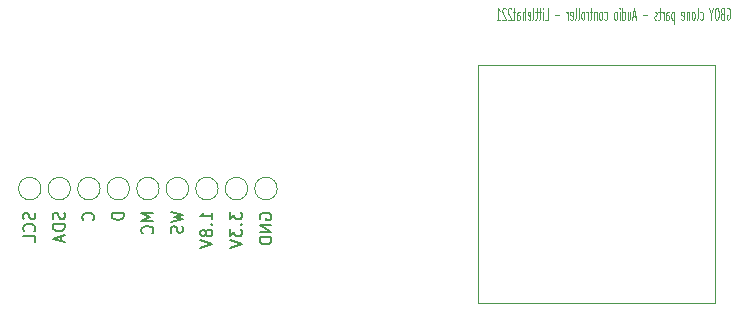
<source format=gbr>
%TF.GenerationSoftware,KiCad,Pcbnew,(6.0.5)*%
%TF.CreationDate,2022-06-19T20:20:05-05:00*%
%TF.ProjectId,GBOYAudioBreakout,47424f59-4175-4646-996f-427265616b6f,rev?*%
%TF.SameCoordinates,Original*%
%TF.FileFunction,Legend,Bot*%
%TF.FilePolarity,Positive*%
%FSLAX46Y46*%
G04 Gerber Fmt 4.6, Leading zero omitted, Abs format (unit mm)*
G04 Created by KiCad (PCBNEW (6.0.5)) date 2022-06-19 20:20:05*
%MOMM*%
%LPD*%
G01*
G04 APERTURE LIST*
%ADD10C,0.100000*%
%ADD11C,0.150000*%
%ADD12C,0.120000*%
G04 APERTURE END LIST*
D10*
X146637142Y-179150000D02*
X146684761Y-179102380D01*
X146756190Y-179102380D01*
X146827619Y-179150000D01*
X146875238Y-179245238D01*
X146899047Y-179340476D01*
X146922857Y-179530952D01*
X146922857Y-179673809D01*
X146899047Y-179864285D01*
X146875238Y-179959523D01*
X146827619Y-180054761D01*
X146756190Y-180102380D01*
X146708571Y-180102380D01*
X146637142Y-180054761D01*
X146613333Y-180007142D01*
X146613333Y-179673809D01*
X146708571Y-179673809D01*
X146232380Y-179578571D02*
X146160952Y-179626190D01*
X146137142Y-179673809D01*
X146113333Y-179769047D01*
X146113333Y-179911904D01*
X146137142Y-180007142D01*
X146160952Y-180054761D01*
X146208571Y-180102380D01*
X146399047Y-180102380D01*
X146399047Y-179102380D01*
X146232380Y-179102380D01*
X146184761Y-179150000D01*
X146160952Y-179197619D01*
X146137142Y-179292857D01*
X146137142Y-179388095D01*
X146160952Y-179483333D01*
X146184761Y-179530952D01*
X146232380Y-179578571D01*
X146399047Y-179578571D01*
X145803809Y-179102380D02*
X145708571Y-179102380D01*
X145660952Y-179150000D01*
X145613333Y-179245238D01*
X145589523Y-179435714D01*
X145589523Y-179769047D01*
X145613333Y-179959523D01*
X145660952Y-180054761D01*
X145708571Y-180102380D01*
X145803809Y-180102380D01*
X145851428Y-180054761D01*
X145899047Y-179959523D01*
X145922857Y-179769047D01*
X145922857Y-179435714D01*
X145899047Y-179245238D01*
X145851428Y-179150000D01*
X145803809Y-179102380D01*
X145280000Y-179626190D02*
X145280000Y-180102380D01*
X145446666Y-179102380D02*
X145280000Y-179626190D01*
X145113333Y-179102380D01*
X144351428Y-180054761D02*
X144399047Y-180102380D01*
X144494285Y-180102380D01*
X144541904Y-180054761D01*
X144565714Y-180007142D01*
X144589523Y-179911904D01*
X144589523Y-179626190D01*
X144565714Y-179530952D01*
X144541904Y-179483333D01*
X144494285Y-179435714D01*
X144399047Y-179435714D01*
X144351428Y-179483333D01*
X144065714Y-180102380D02*
X144113333Y-180054761D01*
X144137142Y-179959523D01*
X144137142Y-179102380D01*
X143803809Y-180102380D02*
X143851428Y-180054761D01*
X143875238Y-180007142D01*
X143899047Y-179911904D01*
X143899047Y-179626190D01*
X143875238Y-179530952D01*
X143851428Y-179483333D01*
X143803809Y-179435714D01*
X143732380Y-179435714D01*
X143684761Y-179483333D01*
X143660952Y-179530952D01*
X143637142Y-179626190D01*
X143637142Y-179911904D01*
X143660952Y-180007142D01*
X143684761Y-180054761D01*
X143732380Y-180102380D01*
X143803809Y-180102380D01*
X143422857Y-179435714D02*
X143422857Y-180102380D01*
X143422857Y-179530952D02*
X143399047Y-179483333D01*
X143351428Y-179435714D01*
X143280000Y-179435714D01*
X143232380Y-179483333D01*
X143208571Y-179578571D01*
X143208571Y-180102380D01*
X142780000Y-180054761D02*
X142827619Y-180102380D01*
X142922857Y-180102380D01*
X142970476Y-180054761D01*
X142994285Y-179959523D01*
X142994285Y-179578571D01*
X142970476Y-179483333D01*
X142922857Y-179435714D01*
X142827619Y-179435714D01*
X142780000Y-179483333D01*
X142756190Y-179578571D01*
X142756190Y-179673809D01*
X142994285Y-179769047D01*
X142160952Y-179435714D02*
X142160952Y-180435714D01*
X142160952Y-179483333D02*
X142113333Y-179435714D01*
X142018095Y-179435714D01*
X141970476Y-179483333D01*
X141946666Y-179530952D01*
X141922857Y-179626190D01*
X141922857Y-179911904D01*
X141946666Y-180007142D01*
X141970476Y-180054761D01*
X142018095Y-180102380D01*
X142113333Y-180102380D01*
X142160952Y-180054761D01*
X141494285Y-180102380D02*
X141494285Y-179578571D01*
X141518095Y-179483333D01*
X141565714Y-179435714D01*
X141660952Y-179435714D01*
X141708571Y-179483333D01*
X141494285Y-180054761D02*
X141541904Y-180102380D01*
X141660952Y-180102380D01*
X141708571Y-180054761D01*
X141732380Y-179959523D01*
X141732380Y-179864285D01*
X141708571Y-179769047D01*
X141660952Y-179721428D01*
X141541904Y-179721428D01*
X141494285Y-179673809D01*
X141256190Y-180102380D02*
X141256190Y-179435714D01*
X141256190Y-179626190D02*
X141232380Y-179530952D01*
X141208571Y-179483333D01*
X141160952Y-179435714D01*
X141113333Y-179435714D01*
X141018095Y-179435714D02*
X140827619Y-179435714D01*
X140946666Y-179102380D02*
X140946666Y-179959523D01*
X140922857Y-180054761D01*
X140875238Y-180102380D01*
X140827619Y-180102380D01*
X140684761Y-180054761D02*
X140637142Y-180102380D01*
X140541904Y-180102380D01*
X140494285Y-180054761D01*
X140470476Y-179959523D01*
X140470476Y-179911904D01*
X140494285Y-179816666D01*
X140541904Y-179769047D01*
X140613333Y-179769047D01*
X140660952Y-179721428D01*
X140684761Y-179626190D01*
X140684761Y-179578571D01*
X140660952Y-179483333D01*
X140613333Y-179435714D01*
X140541904Y-179435714D01*
X140494285Y-179483333D01*
X139875238Y-179721428D02*
X139494285Y-179721428D01*
X138899047Y-179816666D02*
X138660952Y-179816666D01*
X138946666Y-180102380D02*
X138780000Y-179102380D01*
X138613333Y-180102380D01*
X138232380Y-179435714D02*
X138232380Y-180102380D01*
X138446666Y-179435714D02*
X138446666Y-179959523D01*
X138422857Y-180054761D01*
X138375238Y-180102380D01*
X138303809Y-180102380D01*
X138256190Y-180054761D01*
X138232380Y-180007142D01*
X137780000Y-180102380D02*
X137780000Y-179102380D01*
X137780000Y-180054761D02*
X137827619Y-180102380D01*
X137922857Y-180102380D01*
X137970476Y-180054761D01*
X137994285Y-180007142D01*
X138018095Y-179911904D01*
X138018095Y-179626190D01*
X137994285Y-179530952D01*
X137970476Y-179483333D01*
X137922857Y-179435714D01*
X137827619Y-179435714D01*
X137780000Y-179483333D01*
X137541904Y-180102380D02*
X137541904Y-179435714D01*
X137541904Y-179102380D02*
X137565714Y-179150000D01*
X137541904Y-179197619D01*
X137518095Y-179150000D01*
X137541904Y-179102380D01*
X137541904Y-179197619D01*
X137232380Y-180102380D02*
X137280000Y-180054761D01*
X137303809Y-180007142D01*
X137327619Y-179911904D01*
X137327619Y-179626190D01*
X137303809Y-179530952D01*
X137280000Y-179483333D01*
X137232380Y-179435714D01*
X137160952Y-179435714D01*
X137113333Y-179483333D01*
X137089523Y-179530952D01*
X137065714Y-179626190D01*
X137065714Y-179911904D01*
X137089523Y-180007142D01*
X137113333Y-180054761D01*
X137160952Y-180102380D01*
X137232380Y-180102380D01*
X136256190Y-180054761D02*
X136303809Y-180102380D01*
X136399047Y-180102380D01*
X136446666Y-180054761D01*
X136470476Y-180007142D01*
X136494285Y-179911904D01*
X136494285Y-179626190D01*
X136470476Y-179530952D01*
X136446666Y-179483333D01*
X136399047Y-179435714D01*
X136303809Y-179435714D01*
X136256190Y-179483333D01*
X135970476Y-180102380D02*
X136018095Y-180054761D01*
X136041904Y-180007142D01*
X136065714Y-179911904D01*
X136065714Y-179626190D01*
X136041904Y-179530952D01*
X136018095Y-179483333D01*
X135970476Y-179435714D01*
X135899047Y-179435714D01*
X135851428Y-179483333D01*
X135827619Y-179530952D01*
X135803809Y-179626190D01*
X135803809Y-179911904D01*
X135827619Y-180007142D01*
X135851428Y-180054761D01*
X135899047Y-180102380D01*
X135970476Y-180102380D01*
X135589523Y-179435714D02*
X135589523Y-180102380D01*
X135589523Y-179530952D02*
X135565714Y-179483333D01*
X135518095Y-179435714D01*
X135446666Y-179435714D01*
X135399047Y-179483333D01*
X135375238Y-179578571D01*
X135375238Y-180102380D01*
X135208571Y-179435714D02*
X135018095Y-179435714D01*
X135137142Y-179102380D02*
X135137142Y-179959523D01*
X135113333Y-180054761D01*
X135065714Y-180102380D01*
X135018095Y-180102380D01*
X134851428Y-180102380D02*
X134851428Y-179435714D01*
X134851428Y-179626190D02*
X134827619Y-179530952D01*
X134803809Y-179483333D01*
X134756190Y-179435714D01*
X134708571Y-179435714D01*
X134470476Y-180102380D02*
X134518095Y-180054761D01*
X134541904Y-180007142D01*
X134565714Y-179911904D01*
X134565714Y-179626190D01*
X134541904Y-179530952D01*
X134518095Y-179483333D01*
X134470476Y-179435714D01*
X134399047Y-179435714D01*
X134351428Y-179483333D01*
X134327619Y-179530952D01*
X134303809Y-179626190D01*
X134303809Y-179911904D01*
X134327619Y-180007142D01*
X134351428Y-180054761D01*
X134399047Y-180102380D01*
X134470476Y-180102380D01*
X134018095Y-180102380D02*
X134065714Y-180054761D01*
X134089523Y-179959523D01*
X134089523Y-179102380D01*
X133756190Y-180102380D02*
X133803809Y-180054761D01*
X133827619Y-179959523D01*
X133827619Y-179102380D01*
X133375238Y-180054761D02*
X133422857Y-180102380D01*
X133518095Y-180102380D01*
X133565714Y-180054761D01*
X133589523Y-179959523D01*
X133589523Y-179578571D01*
X133565714Y-179483333D01*
X133518095Y-179435714D01*
X133422857Y-179435714D01*
X133375238Y-179483333D01*
X133351428Y-179578571D01*
X133351428Y-179673809D01*
X133589523Y-179769047D01*
X133137142Y-180102380D02*
X133137142Y-179435714D01*
X133137142Y-179626190D02*
X133113333Y-179530952D01*
X133089523Y-179483333D01*
X133041904Y-179435714D01*
X132994285Y-179435714D01*
X132446666Y-179721428D02*
X132065714Y-179721428D01*
X131208571Y-180102380D02*
X131446666Y-180102380D01*
X131446666Y-179102380D01*
X131041904Y-180102380D02*
X131041904Y-179435714D01*
X131041904Y-179102380D02*
X131065714Y-179150000D01*
X131041904Y-179197619D01*
X131018095Y-179150000D01*
X131041904Y-179102380D01*
X131041904Y-179197619D01*
X130875238Y-179435714D02*
X130684761Y-179435714D01*
X130803809Y-179102380D02*
X130803809Y-179959523D01*
X130780000Y-180054761D01*
X130732380Y-180102380D01*
X130684761Y-180102380D01*
X130589523Y-179435714D02*
X130399047Y-179435714D01*
X130518095Y-179102380D02*
X130518095Y-179959523D01*
X130494285Y-180054761D01*
X130446666Y-180102380D01*
X130399047Y-180102380D01*
X130160952Y-180102380D02*
X130208571Y-180054761D01*
X130232380Y-179959523D01*
X130232380Y-179102380D01*
X129780000Y-180054761D02*
X129827619Y-180102380D01*
X129922857Y-180102380D01*
X129970476Y-180054761D01*
X129994285Y-179959523D01*
X129994285Y-179578571D01*
X129970476Y-179483333D01*
X129922857Y-179435714D01*
X129827619Y-179435714D01*
X129780000Y-179483333D01*
X129756190Y-179578571D01*
X129756190Y-179673809D01*
X129994285Y-179769047D01*
X129541904Y-180102380D02*
X129541904Y-179102380D01*
X129327619Y-180102380D02*
X129327619Y-179578571D01*
X129351428Y-179483333D01*
X129399047Y-179435714D01*
X129470476Y-179435714D01*
X129518095Y-179483333D01*
X129541904Y-179530952D01*
X128875238Y-180102380D02*
X128875238Y-179578571D01*
X128899047Y-179483333D01*
X128946666Y-179435714D01*
X129041904Y-179435714D01*
X129089523Y-179483333D01*
X128875238Y-180054761D02*
X128922857Y-180102380D01*
X129041904Y-180102380D01*
X129089523Y-180054761D01*
X129113333Y-179959523D01*
X129113333Y-179864285D01*
X129089523Y-179769047D01*
X129041904Y-179721428D01*
X128922857Y-179721428D01*
X128875238Y-179673809D01*
X128708571Y-179435714D02*
X128518095Y-179435714D01*
X128637142Y-179102380D02*
X128637142Y-179959523D01*
X128613333Y-180054761D01*
X128565714Y-180102380D01*
X128518095Y-180102380D01*
X128375238Y-179197619D02*
X128351428Y-179150000D01*
X128303809Y-179102380D01*
X128184761Y-179102380D01*
X128137142Y-179150000D01*
X128113333Y-179197619D01*
X128089523Y-179292857D01*
X128089523Y-179388095D01*
X128113333Y-179530952D01*
X128399047Y-180102380D01*
X128089523Y-180102380D01*
X127899047Y-179197619D02*
X127875238Y-179150000D01*
X127827619Y-179102380D01*
X127708571Y-179102380D01*
X127660952Y-179150000D01*
X127637142Y-179197619D01*
X127613333Y-179292857D01*
X127613333Y-179388095D01*
X127637142Y-179530952D01*
X127922857Y-180102380D01*
X127613333Y-180102380D01*
X127137142Y-180102380D02*
X127422857Y-180102380D01*
X127280000Y-180102380D02*
X127280000Y-179102380D01*
X127327619Y-179245238D01*
X127375238Y-179340476D01*
X127422857Y-179388095D01*
D11*
%TO.C,D1*%
X95552380Y-196485595D02*
X94552380Y-196485595D01*
X94552380Y-196723690D01*
X94600000Y-196866547D01*
X94695238Y-196961785D01*
X94790476Y-197009404D01*
X94980952Y-197057023D01*
X95123809Y-197057023D01*
X95314285Y-197009404D01*
X95409523Y-196961785D01*
X95504761Y-196866547D01*
X95552380Y-196723690D01*
X95552380Y-196485595D01*
%TO.C,MC1*%
X98052380Y-196485595D02*
X97052380Y-196485595D01*
X97766666Y-196818928D01*
X97052380Y-197152261D01*
X98052380Y-197152261D01*
X97957142Y-198199880D02*
X98004761Y-198152261D01*
X98052380Y-198009404D01*
X98052380Y-197914166D01*
X98004761Y-197771309D01*
X97909523Y-197676071D01*
X97814285Y-197628452D01*
X97623809Y-197580833D01*
X97480952Y-197580833D01*
X97290476Y-197628452D01*
X97195238Y-197676071D01*
X97100000Y-197771309D01*
X97052380Y-197914166D01*
X97052380Y-198009404D01*
X97100000Y-198152261D01*
X97147619Y-198199880D01*
%TO.C,WS1*%
X99552380Y-196390357D02*
X100552380Y-196628452D01*
X99838095Y-196818928D01*
X100552380Y-197009404D01*
X99552380Y-197247500D01*
X100504761Y-197580833D02*
X100552380Y-197723690D01*
X100552380Y-197961785D01*
X100504761Y-198057023D01*
X100457142Y-198104642D01*
X100361904Y-198152261D01*
X100266666Y-198152261D01*
X100171428Y-198104642D01*
X100123809Y-198057023D01*
X100076190Y-197961785D01*
X100028571Y-197771309D01*
X99980952Y-197676071D01*
X99933333Y-197628452D01*
X99838095Y-197580833D01*
X99742857Y-197580833D01*
X99647619Y-197628452D01*
X99600000Y-197676071D01*
X99552380Y-197771309D01*
X99552380Y-198009404D01*
X99600000Y-198152261D01*
%TO.C,1.8V1*%
X103052380Y-197009404D02*
X103052380Y-196437976D01*
X103052380Y-196723690D02*
X102052380Y-196723690D01*
X102195238Y-196628452D01*
X102290476Y-196533214D01*
X102338095Y-196437976D01*
X102957142Y-197437976D02*
X103004761Y-197485595D01*
X103052380Y-197437976D01*
X103004761Y-197390357D01*
X102957142Y-197437976D01*
X103052380Y-197437976D01*
X102480952Y-198057023D02*
X102433333Y-197961785D01*
X102385714Y-197914166D01*
X102290476Y-197866547D01*
X102242857Y-197866547D01*
X102147619Y-197914166D01*
X102100000Y-197961785D01*
X102052380Y-198057023D01*
X102052380Y-198247500D01*
X102100000Y-198342738D01*
X102147619Y-198390357D01*
X102242857Y-198437976D01*
X102290476Y-198437976D01*
X102385714Y-198390357D01*
X102433333Y-198342738D01*
X102480952Y-198247500D01*
X102480952Y-198057023D01*
X102528571Y-197961785D01*
X102576190Y-197914166D01*
X102671428Y-197866547D01*
X102861904Y-197866547D01*
X102957142Y-197914166D01*
X103004761Y-197961785D01*
X103052380Y-198057023D01*
X103052380Y-198247500D01*
X103004761Y-198342738D01*
X102957142Y-198390357D01*
X102861904Y-198437976D01*
X102671428Y-198437976D01*
X102576190Y-198390357D01*
X102528571Y-198342738D01*
X102480952Y-198247500D01*
X102052380Y-198723690D02*
X103052380Y-199057023D01*
X102052380Y-199390357D01*
%TO.C,GND1*%
X107100000Y-197009404D02*
X107052380Y-196914166D01*
X107052380Y-196771309D01*
X107100000Y-196628452D01*
X107195238Y-196533214D01*
X107290476Y-196485595D01*
X107480952Y-196437976D01*
X107623809Y-196437976D01*
X107814285Y-196485595D01*
X107909523Y-196533214D01*
X108004761Y-196628452D01*
X108052380Y-196771309D01*
X108052380Y-196866547D01*
X108004761Y-197009404D01*
X107957142Y-197057023D01*
X107623809Y-197057023D01*
X107623809Y-196866547D01*
X108052380Y-197485595D02*
X107052380Y-197485595D01*
X108052380Y-198057023D01*
X107052380Y-198057023D01*
X108052380Y-198533214D02*
X107052380Y-198533214D01*
X107052380Y-198771309D01*
X107100000Y-198914166D01*
X107195238Y-199009404D01*
X107290476Y-199057023D01*
X107480952Y-199104642D01*
X107623809Y-199104642D01*
X107814285Y-199057023D01*
X107909523Y-199009404D01*
X108004761Y-198914166D01*
X108052380Y-198771309D01*
X108052380Y-198533214D01*
%TO.C,SDA1*%
X90504761Y-196437976D02*
X90552380Y-196580833D01*
X90552380Y-196818928D01*
X90504761Y-196914166D01*
X90457142Y-196961785D01*
X90361904Y-197009404D01*
X90266666Y-197009404D01*
X90171428Y-196961785D01*
X90123809Y-196914166D01*
X90076190Y-196818928D01*
X90028571Y-196628452D01*
X89980952Y-196533214D01*
X89933333Y-196485595D01*
X89838095Y-196437976D01*
X89742857Y-196437976D01*
X89647619Y-196485595D01*
X89600000Y-196533214D01*
X89552380Y-196628452D01*
X89552380Y-196866547D01*
X89600000Y-197009404D01*
X90552380Y-197437976D02*
X89552380Y-197437976D01*
X89552380Y-197676071D01*
X89600000Y-197818928D01*
X89695238Y-197914166D01*
X89790476Y-197961785D01*
X89980952Y-198009404D01*
X90123809Y-198009404D01*
X90314285Y-197961785D01*
X90409523Y-197914166D01*
X90504761Y-197818928D01*
X90552380Y-197676071D01*
X90552380Y-197437976D01*
X90266666Y-198390357D02*
X90266666Y-198866547D01*
X90552380Y-198295119D02*
X89552380Y-198628452D01*
X90552380Y-198961785D01*
%TO.C,C1*%
X92957142Y-197057023D02*
X93004761Y-197009404D01*
X93052380Y-196866547D01*
X93052380Y-196771309D01*
X93004761Y-196628452D01*
X92909523Y-196533214D01*
X92814285Y-196485595D01*
X92623809Y-196437976D01*
X92480952Y-196437976D01*
X92290476Y-196485595D01*
X92195238Y-196533214D01*
X92100000Y-196628452D01*
X92052380Y-196771309D01*
X92052380Y-196866547D01*
X92100000Y-197009404D01*
X92147619Y-197057023D01*
%TO.C,SCL1*%
X88004761Y-196437976D02*
X88052380Y-196580833D01*
X88052380Y-196818928D01*
X88004761Y-196914166D01*
X87957142Y-196961785D01*
X87861904Y-197009404D01*
X87766666Y-197009404D01*
X87671428Y-196961785D01*
X87623809Y-196914166D01*
X87576190Y-196818928D01*
X87528571Y-196628452D01*
X87480952Y-196533214D01*
X87433333Y-196485595D01*
X87338095Y-196437976D01*
X87242857Y-196437976D01*
X87147619Y-196485595D01*
X87100000Y-196533214D01*
X87052380Y-196628452D01*
X87052380Y-196866547D01*
X87100000Y-197009404D01*
X87957142Y-198009404D02*
X88004761Y-197961785D01*
X88052380Y-197818928D01*
X88052380Y-197723690D01*
X88004761Y-197580833D01*
X87909523Y-197485595D01*
X87814285Y-197437976D01*
X87623809Y-197390357D01*
X87480952Y-197390357D01*
X87290476Y-197437976D01*
X87195238Y-197485595D01*
X87100000Y-197580833D01*
X87052380Y-197723690D01*
X87052380Y-197818928D01*
X87100000Y-197961785D01*
X87147619Y-198009404D01*
X88052380Y-198914166D02*
X88052380Y-198437976D01*
X87052380Y-198437976D01*
%TO.C,3.3V1*%
X104552380Y-196390357D02*
X104552380Y-197009404D01*
X104933333Y-196676071D01*
X104933333Y-196818928D01*
X104980952Y-196914166D01*
X105028571Y-196961785D01*
X105123809Y-197009404D01*
X105361904Y-197009404D01*
X105457142Y-196961785D01*
X105504761Y-196914166D01*
X105552380Y-196818928D01*
X105552380Y-196533214D01*
X105504761Y-196437976D01*
X105457142Y-196390357D01*
X105457142Y-197437976D02*
X105504761Y-197485595D01*
X105552380Y-197437976D01*
X105504761Y-197390357D01*
X105457142Y-197437976D01*
X105552380Y-197437976D01*
X104552380Y-197818928D02*
X104552380Y-198437976D01*
X104933333Y-198104642D01*
X104933333Y-198247500D01*
X104980952Y-198342738D01*
X105028571Y-198390357D01*
X105123809Y-198437976D01*
X105361904Y-198437976D01*
X105457142Y-198390357D01*
X105504761Y-198342738D01*
X105552380Y-198247500D01*
X105552380Y-197961785D01*
X105504761Y-197866547D01*
X105457142Y-197818928D01*
X104552380Y-198723690D02*
X105552380Y-199057023D01*
X104552380Y-199390357D01*
D12*
%TO.C,D1*%
X96050000Y-194400000D02*
G75*
G03*
X96050000Y-194400000I-950000J0D01*
G01*
%TO.C,MC1*%
X98550000Y-194400000D02*
G75*
G03*
X98550000Y-194400000I-950000J0D01*
G01*
%TO.C,WS1*%
X101050000Y-194400000D02*
G75*
G03*
X101050000Y-194400000I-950000J0D01*
G01*
%TO.C,1.8V1*%
X103550000Y-194400000D02*
G75*
G03*
X103550000Y-194400000I-950000J0D01*
G01*
%TO.C,GND1*%
X108550000Y-194400000D02*
G75*
G03*
X108550000Y-194400000I-950000J0D01*
G01*
%TO.C,SDA1*%
X91050000Y-194400000D02*
G75*
G03*
X91050000Y-194400000I-950000J0D01*
G01*
%TO.C,C1*%
X93550000Y-194400000D02*
G75*
G03*
X93550000Y-194400000I-950000J0D01*
G01*
%TO.C,U1*%
X145650000Y-183975000D02*
X145650000Y-204075000D01*
X145650000Y-204075000D02*
X125550000Y-204075000D01*
X125550000Y-204075000D02*
X125550000Y-183975000D01*
X125550000Y-183975000D02*
X145650000Y-183975000D01*
%TO.C,SCL1*%
X88550000Y-194400000D02*
G75*
G03*
X88550000Y-194400000I-950000J0D01*
G01*
%TO.C,3.3V1*%
X106050000Y-194400000D02*
G75*
G03*
X106050000Y-194400000I-950000J0D01*
G01*
%TD*%
M02*

</source>
